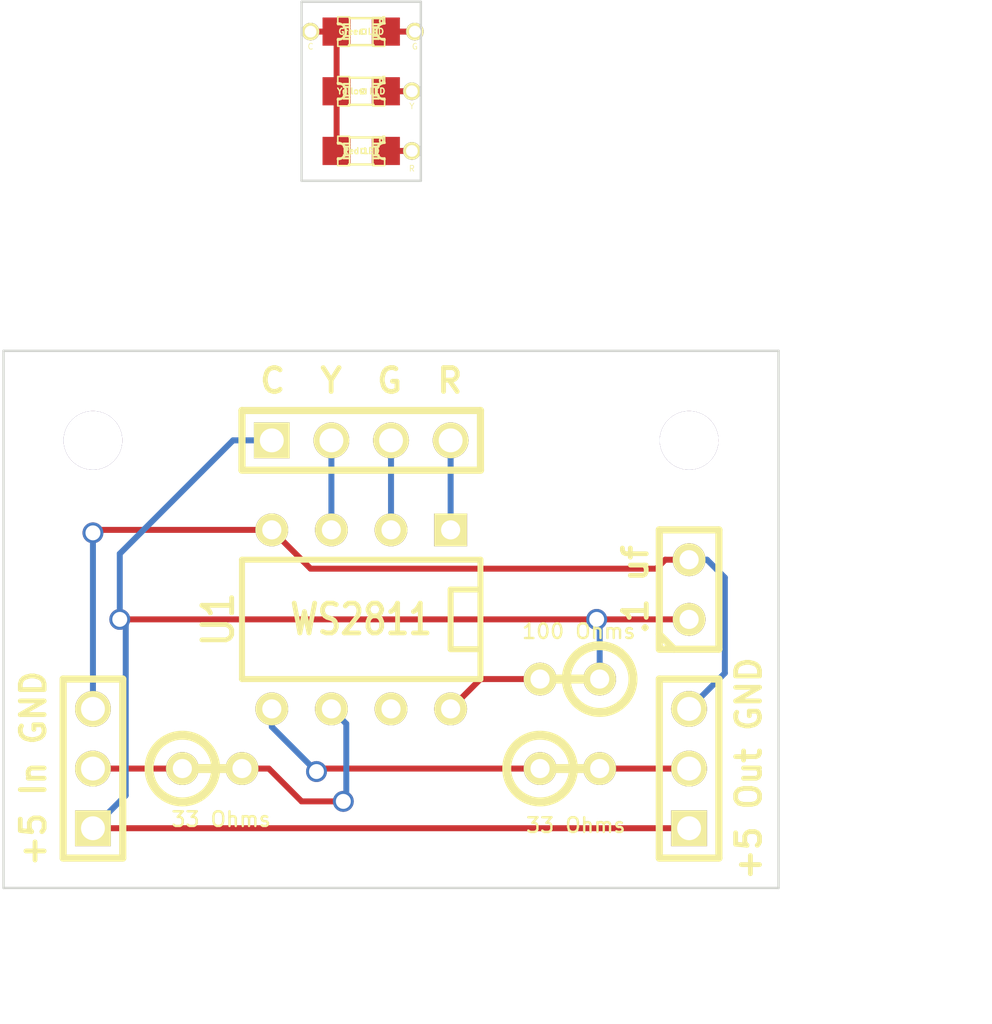
<source format=kicad_pcb>
(kicad_pcb (version 3) (host pcbnew "(2013-june-11)-stable")

  (general
    (links 21)
    (no_connects 0)
    (area 147.435994 86.0425 236.302126 132.24)
    (thickness 1.6)
    (drawings 12)
    (tracks 50)
    (zones 0)
    (modules 17)
    (nets 15)
  )

  (page A3)
  (layers
    (15 F.Cu signal)
    (0 B.Cu signal)
    (16 B.Adhes user)
    (17 F.Adhes user)
    (18 B.Paste user)
    (19 F.Paste user)
    (20 B.SilkS user)
    (21 F.SilkS user)
    (22 B.Mask user)
    (23 F.Mask user)
    (24 Dwgs.User user)
    (25 Cmts.User user)
    (26 Eco1.User user)
    (27 Eco2.User user)
    (28 Edge.Cuts user)
  )

  (setup
    (last_trace_width 0.254)
    (trace_clearance 0.254)
    (zone_clearance 0.508)
    (zone_45_only no)
    (trace_min 0.254)
    (segment_width 0.2)
    (edge_width 0.1)
    (via_size 0.889)
    (via_drill 0.635)
    (via_min_size 0.889)
    (via_min_drill 0.508)
    (uvia_size 0.508)
    (uvia_drill 0.127)
    (uvias_allowed no)
    (uvia_min_size 0.508)
    (uvia_min_drill 0.127)
    (pcb_text_width 0.3)
    (pcb_text_size 1.5 1.5)
    (mod_edge_width 0.15)
    (mod_text_size 1 1)
    (mod_text_width 0.15)
    (pad_size 0.75 0.75)
    (pad_drill 0.5)
    (pad_to_mask_clearance 0)
    (aux_axis_origin 0 0)
    (visible_elements FFFFFFBF)
    (pcbplotparams
      (layerselection 3178497)
      (usegerberextensions true)
      (excludeedgelayer true)
      (linewidth 0.150000)
      (plotframeref false)
      (viasonmask false)
      (mode 1)
      (useauxorigin false)
      (hpglpennumber 1)
      (hpglpenspeed 20)
      (hpglpendiameter 15)
      (hpglpenoverlay 2)
      (psnegative false)
      (psa4output false)
      (plotreference true)
      (plotvalue true)
      (plotothertext true)
      (plotinvisibletext false)
      (padsonsilk false)
      (subtractmaskfromsilk false)
      (outputformat 1)
      (mirror false)
      (drillshape 1)
      (scaleselection 1)
      (outputdirectory ""))
  )

  (net 0 "")
  (net 1 +5V)
  (net 2 "Common (+)")
  (net 3 GND)
  (net 4 Green)
  (net 5 N-0000011)
  (net 6 N-0000013)
  (net 7 N-0000014)
  (net 8 N-0000015)
  (net 9 N-000003)
  (net 10 N-000004)
  (net 11 N-000005)
  (net 12 N-000006)
  (net 13 Red)
  (net 14 Yellow)

  (net_class Default "This is the default net class."
    (clearance 0.254)
    (trace_width 0.254)
    (via_dia 0.889)
    (via_drill 0.635)
    (uvia_dia 0.508)
    (uvia_drill 0.127)
    (add_net "")
    (add_net +5V)
    (add_net "Common (+)")
    (add_net GND)
    (add_net Green)
    (add_net N-0000011)
    (add_net N-0000013)
    (add_net N-0000014)
    (add_net N-0000015)
    (add_net N-000003)
    (add_net N-000004)
    (add_net N-000005)
    (add_net N-000006)
    (add_net Red)
    (add_net Yellow)
  )

  (module ScrewTerm_2.54-4 (layer F.Cu) (tedit 5AA96926) (tstamp 5AA95F2B)
    (at 190.5 105.41)
    (descr "Screw Terminals on 2.54mm centers, 4 position")
    (tags CONN)
    (path /5AA9584D)
    (fp_text reference P1 (at 0 -2.54) (layer F.SilkS) hide
      (effects (font (size 1.016 1.016) (thickness 0.2032)))
    )
    (fp_text value "C  Y  G  R" (at 0 -2.54) (layer F.SilkS)
      (effects (font (size 1.016 1.016) (thickness 0.2032)))
    )
    (fp_line (start -5.08 -1.27) (end -5.08 1.27) (layer F.SilkS) (width 0.3048))
    (fp_line (start 5.08 1.27) (end 5.08 -1.27) (layer F.SilkS) (width 0.3048))
    (fp_line (start -5.08 -1.27) (end 5.08 -1.27) (layer F.SilkS) (width 0.3048))
    (fp_line (start 5.08 1.27) (end -5.08 1.27) (layer F.SilkS) (width 0.3048))
    (pad 1 thru_hole rect (at -3.81 0) (size 1.524 1.524) (drill 1.016)
      (layers *.Cu *.Mask F.SilkS)
      (net 1 +5V)
    )
    (pad 2 thru_hole circle (at -1.27 0) (size 1.524 1.524) (drill 1.016)
      (layers *.Cu *.Mask F.SilkS)
      (net 6 N-0000013)
    )
    (pad 3 thru_hole circle (at 1.27 0) (size 1.524 1.524) (drill 1.016)
      (layers *.Cu *.Mask F.SilkS)
      (net 7 N-0000014)
    )
    (pad 4 thru_hole circle (at 3.81 0) (size 1.524 1.524) (drill 1.016)
      (layers *.Cu *.Mask F.SilkS)
      (net 8 N-0000015)
    )
    (model walter/conn_screw/mors_4p.wrl
      (at (xyz 0 0 0))
      (scale (xyz 0.5 0.5 0.5))
      (rotate (xyz 0 0 0))
    )
  )

  (module ScrewTerm_2.54-3 (layer F.Cu) (tedit 5AA96949) (tstamp 5AA95F36)
    (at 204.47 119.38 90)
    (descr "Screw Terminals on 2.54mm centers, 4 position")
    (tags CONN)
    (path /5AA9586E)
    (fp_text reference K2 (at 0 -2.54 90) (layer F.SilkS) hide
      (effects (font (size 1.016 1.016) (thickness 0.2032)))
    )
    (fp_text value "+5 Out GND" (at 0 2.54 90) (layer F.SilkS)
      (effects (font (size 1.016 1.016) (thickness 0.2032)))
    )
    (fp_line (start -3.81 -1.27) (end -3.81 1.27) (layer F.SilkS) (width 0.3048))
    (fp_line (start 3.81 1.27) (end 3.81 -1.27) (layer F.SilkS) (width 0.3048))
    (fp_line (start -3.81 -1.27) (end 3.81 -1.27) (layer F.SilkS) (width 0.3048))
    (fp_line (start 3.81 1.27) (end -3.81 1.27) (layer F.SilkS) (width 0.3048))
    (pad 1 thru_hole rect (at -2.54 0 90) (size 1.524 1.524) (drill 1.016)
      (layers *.Cu *.Mask F.SilkS)
      (net 1 +5V)
    )
    (pad 2 thru_hole circle (at 0 0 90) (size 1.524 1.524) (drill 1.016)
      (layers *.Cu *.Mask F.SilkS)
      (net 11 N-000005)
    )
    (pad 3 thru_hole circle (at 2.54 0 90) (size 1.524 1.524) (drill 1.016)
      (layers *.Cu *.Mask F.SilkS)
      (net 3 GND)
    )
    (model walter/conn_screw/mors_3p.wrl
      (at (xyz 0 0 0))
      (scale (xyz 0.5 0.5 0.5))
      (rotate (xyz 0 0 180))
    )
  )

  (module ScrewTerm_2.54-3 (layer F.Cu) (tedit 5AA9693A) (tstamp 5AA95F41)
    (at 179.07 119.38 90)
    (descr "Screw Terminals on 2.54mm centers, 4 position")
    (tags CONN)
    (path /5AA9587D)
    (fp_text reference K1 (at 0 -2.54 90) (layer F.SilkS) hide
      (effects (font (size 1.016 1.016) (thickness 0.2032)))
    )
    (fp_text value "+5 In GND" (at 0 -2.54 90) (layer F.SilkS)
      (effects (font (size 1.016 1.016) (thickness 0.2032)))
    )
    (fp_line (start -3.81 -1.27) (end -3.81 1.27) (layer F.SilkS) (width 0.3048))
    (fp_line (start 3.81 1.27) (end 3.81 -1.27) (layer F.SilkS) (width 0.3048))
    (fp_line (start -3.81 -1.27) (end 3.81 -1.27) (layer F.SilkS) (width 0.3048))
    (fp_line (start 3.81 1.27) (end -3.81 1.27) (layer F.SilkS) (width 0.3048))
    (pad 1 thru_hole rect (at -2.54 0 90) (size 1.524 1.524) (drill 1.016)
      (layers *.Cu *.Mask F.SilkS)
      (net 1 +5V)
    )
    (pad 2 thru_hole circle (at 0 0 90) (size 1.524 1.524) (drill 1.016)
      (layers *.Cu *.Mask F.SilkS)
      (net 10 N-000004)
    )
    (pad 3 thru_hole circle (at 2.54 0 90) (size 1.524 1.524) (drill 1.016)
      (layers *.Cu *.Mask F.SilkS)
      (net 3 GND)
    )
    (model walter/conn_screw/mors_3p.wrl
      (at (xyz 0 0 0))
      (scale (xyz 0.5 0.5 0.5))
      (rotate (xyz 0 0 0))
    )
  )

  (module LED-0805 (layer F.Cu) (tedit 5AA968DC) (tstamp 5AA95FA6)
    (at 190.5 93.091)
    (descr "LED 0805 smd package")
    (tags "LED 0805 SMD")
    (path /5AA95940)
    (attr smd)
    (fp_text reference D1 (at 0 -1.27) (layer F.SilkS) hide
      (effects (font (size 0.762 0.762) (thickness 0.127)))
    )
    (fp_text value "Red LED" (at 0 0) (layer F.SilkS)
      (effects (font (size 0.25 0.25) (thickness 0.06)))
    )
    (fp_line (start 0.49784 0.29972) (end 0.49784 0.62484) (layer F.SilkS) (width 0.06604))
    (fp_line (start 0.49784 0.62484) (end 0.99822 0.62484) (layer F.SilkS) (width 0.06604))
    (fp_line (start 0.99822 0.29972) (end 0.99822 0.62484) (layer F.SilkS) (width 0.06604))
    (fp_line (start 0.49784 0.29972) (end 0.99822 0.29972) (layer F.SilkS) (width 0.06604))
    (fp_line (start 0.49784 -0.32258) (end 0.49784 -0.17272) (layer F.SilkS) (width 0.06604))
    (fp_line (start 0.49784 -0.17272) (end 0.7493 -0.17272) (layer F.SilkS) (width 0.06604))
    (fp_line (start 0.7493 -0.32258) (end 0.7493 -0.17272) (layer F.SilkS) (width 0.06604))
    (fp_line (start 0.49784 -0.32258) (end 0.7493 -0.32258) (layer F.SilkS) (width 0.06604))
    (fp_line (start 0.49784 0.17272) (end 0.49784 0.32258) (layer F.SilkS) (width 0.06604))
    (fp_line (start 0.49784 0.32258) (end 0.7493 0.32258) (layer F.SilkS) (width 0.06604))
    (fp_line (start 0.7493 0.17272) (end 0.7493 0.32258) (layer F.SilkS) (width 0.06604))
    (fp_line (start 0.49784 0.17272) (end 0.7493 0.17272) (layer F.SilkS) (width 0.06604))
    (fp_line (start 0.49784 -0.19812) (end 0.49784 0.19812) (layer F.SilkS) (width 0.06604))
    (fp_line (start 0.49784 0.19812) (end 0.6731 0.19812) (layer F.SilkS) (width 0.06604))
    (fp_line (start 0.6731 -0.19812) (end 0.6731 0.19812) (layer F.SilkS) (width 0.06604))
    (fp_line (start 0.49784 -0.19812) (end 0.6731 -0.19812) (layer F.SilkS) (width 0.06604))
    (fp_line (start -0.99822 0.29972) (end -0.99822 0.62484) (layer F.SilkS) (width 0.06604))
    (fp_line (start -0.99822 0.62484) (end -0.49784 0.62484) (layer F.SilkS) (width 0.06604))
    (fp_line (start -0.49784 0.29972) (end -0.49784 0.62484) (layer F.SilkS) (width 0.06604))
    (fp_line (start -0.99822 0.29972) (end -0.49784 0.29972) (layer F.SilkS) (width 0.06604))
    (fp_line (start -0.99822 -0.62484) (end -0.99822 -0.29972) (layer F.SilkS) (width 0.06604))
    (fp_line (start -0.99822 -0.29972) (end -0.49784 -0.29972) (layer F.SilkS) (width 0.06604))
    (fp_line (start -0.49784 -0.62484) (end -0.49784 -0.29972) (layer F.SilkS) (width 0.06604))
    (fp_line (start -0.99822 -0.62484) (end -0.49784 -0.62484) (layer F.SilkS) (width 0.06604))
    (fp_line (start -0.7493 0.17272) (end -0.7493 0.32258) (layer F.SilkS) (width 0.06604))
    (fp_line (start -0.7493 0.32258) (end -0.49784 0.32258) (layer F.SilkS) (width 0.06604))
    (fp_line (start -0.49784 0.17272) (end -0.49784 0.32258) (layer F.SilkS) (width 0.06604))
    (fp_line (start -0.7493 0.17272) (end -0.49784 0.17272) (layer F.SilkS) (width 0.06604))
    (fp_line (start -0.7493 -0.32258) (end -0.7493 -0.17272) (layer F.SilkS) (width 0.06604))
    (fp_line (start -0.7493 -0.17272) (end -0.49784 -0.17272) (layer F.SilkS) (width 0.06604))
    (fp_line (start -0.49784 -0.32258) (end -0.49784 -0.17272) (layer F.SilkS) (width 0.06604))
    (fp_line (start -0.7493 -0.32258) (end -0.49784 -0.32258) (layer F.SilkS) (width 0.06604))
    (fp_line (start -0.6731 -0.19812) (end -0.6731 0.19812) (layer F.SilkS) (width 0.06604))
    (fp_line (start -0.6731 0.19812) (end -0.49784 0.19812) (layer F.SilkS) (width 0.06604))
    (fp_line (start -0.49784 -0.19812) (end -0.49784 0.19812) (layer F.SilkS) (width 0.06604))
    (fp_line (start -0.6731 -0.19812) (end -0.49784 -0.19812) (layer F.SilkS) (width 0.06604))
    (fp_line (start 0 -0.09906) (end 0 0.09906) (layer F.SilkS) (width 0.06604))
    (fp_line (start 0 0.09906) (end 0.19812 0.09906) (layer F.SilkS) (width 0.06604))
    (fp_line (start 0.19812 -0.09906) (end 0.19812 0.09906) (layer F.SilkS) (width 0.06604))
    (fp_line (start 0 -0.09906) (end 0.19812 -0.09906) (layer F.SilkS) (width 0.06604))
    (fp_line (start 0.49784 -0.59944) (end 0.49784 -0.29972) (layer F.SilkS) (width 0.06604))
    (fp_line (start 0.49784 -0.29972) (end 0.79756 -0.29972) (layer F.SilkS) (width 0.06604))
    (fp_line (start 0.79756 -0.59944) (end 0.79756 -0.29972) (layer F.SilkS) (width 0.06604))
    (fp_line (start 0.49784 -0.59944) (end 0.79756 -0.59944) (layer F.SilkS) (width 0.06604))
    (fp_line (start 0.92456 -0.62484) (end 0.92456 -0.39878) (layer F.SilkS) (width 0.06604))
    (fp_line (start 0.92456 -0.39878) (end 0.99822 -0.39878) (layer F.SilkS) (width 0.06604))
    (fp_line (start 0.99822 -0.62484) (end 0.99822 -0.39878) (layer F.SilkS) (width 0.06604))
    (fp_line (start 0.92456 -0.62484) (end 0.99822 -0.62484) (layer F.SilkS) (width 0.06604))
    (fp_line (start 0.52324 0.57404) (end -0.52324 0.57404) (layer F.SilkS) (width 0.1016))
    (fp_line (start -0.49784 -0.57404) (end 0.92456 -0.57404) (layer F.SilkS) (width 0.1016))
    (fp_circle (center 0.84836 -0.44958) (end 0.89916 -0.50038) (layer F.SilkS) (width 0.0508))
    (fp_arc (start 0.99822 0) (end 0.99822 0.34798) (angle 180) (layer F.SilkS) (width 0.1016))
    (fp_arc (start -0.99822 0) (end -0.99822 -0.34798) (angle 180) (layer F.SilkS) (width 0.1016))
    (pad 1 smd rect (at -1.04902 0) (size 1.19888 1.19888)
      (layers F.Cu F.Paste F.Mask)
      (net 2 "Common (+)")
    )
    (pad 2 smd rect (at 1.04902 0) (size 1.19888 1.19888)
      (layers F.Cu F.Paste F.Mask)
      (net 13 Red)
    )
  )

  (module LED-0805 (layer F.Cu) (tedit 5AA968BB) (tstamp 5AA95FE1)
    (at 190.5 90.551)
    (descr "LED 0805 smd package")
    (tags "LED 0805 SMD")
    (path /5AA9594F)
    (attr smd)
    (fp_text reference D2 (at 0 -1.27) (layer F.SilkS) hide
      (effects (font (size 0.762 0.762) (thickness 0.127)))
    )
    (fp_text value "Yellow LED" (at 0 0) (layer F.SilkS)
      (effects (font (size 0.25 0.25) (thickness 0.06)))
    )
    (fp_line (start 0.49784 0.29972) (end 0.49784 0.62484) (layer F.SilkS) (width 0.06604))
    (fp_line (start 0.49784 0.62484) (end 0.99822 0.62484) (layer F.SilkS) (width 0.06604))
    (fp_line (start 0.99822 0.29972) (end 0.99822 0.62484) (layer F.SilkS) (width 0.06604))
    (fp_line (start 0.49784 0.29972) (end 0.99822 0.29972) (layer F.SilkS) (width 0.06604))
    (fp_line (start 0.49784 -0.32258) (end 0.49784 -0.17272) (layer F.SilkS) (width 0.06604))
    (fp_line (start 0.49784 -0.17272) (end 0.7493 -0.17272) (layer F.SilkS) (width 0.06604))
    (fp_line (start 0.7493 -0.32258) (end 0.7493 -0.17272) (layer F.SilkS) (width 0.06604))
    (fp_line (start 0.49784 -0.32258) (end 0.7493 -0.32258) (layer F.SilkS) (width 0.06604))
    (fp_line (start 0.49784 0.17272) (end 0.49784 0.32258) (layer F.SilkS) (width 0.06604))
    (fp_line (start 0.49784 0.32258) (end 0.7493 0.32258) (layer F.SilkS) (width 0.06604))
    (fp_line (start 0.7493 0.17272) (end 0.7493 0.32258) (layer F.SilkS) (width 0.06604))
    (fp_line (start 0.49784 0.17272) (end 0.7493 0.17272) (layer F.SilkS) (width 0.06604))
    (fp_line (start 0.49784 -0.19812) (end 0.49784 0.19812) (layer F.SilkS) (width 0.06604))
    (fp_line (start 0.49784 0.19812) (end 0.6731 0.19812) (layer F.SilkS) (width 0.06604))
    (fp_line (start 0.6731 -0.19812) (end 0.6731 0.19812) (layer F.SilkS) (width 0.06604))
    (fp_line (start 0.49784 -0.19812) (end 0.6731 -0.19812) (layer F.SilkS) (width 0.06604))
    (fp_line (start -0.99822 0.29972) (end -0.99822 0.62484) (layer F.SilkS) (width 0.06604))
    (fp_line (start -0.99822 0.62484) (end -0.49784 0.62484) (layer F.SilkS) (width 0.06604))
    (fp_line (start -0.49784 0.29972) (end -0.49784 0.62484) (layer F.SilkS) (width 0.06604))
    (fp_line (start -0.99822 0.29972) (end -0.49784 0.29972) (layer F.SilkS) (width 0.06604))
    (fp_line (start -0.99822 -0.62484) (end -0.99822 -0.29972) (layer F.SilkS) (width 0.06604))
    (fp_line (start -0.99822 -0.29972) (end -0.49784 -0.29972) (layer F.SilkS) (width 0.06604))
    (fp_line (start -0.49784 -0.62484) (end -0.49784 -0.29972) (layer F.SilkS) (width 0.06604))
    (fp_line (start -0.99822 -0.62484) (end -0.49784 -0.62484) (layer F.SilkS) (width 0.06604))
    (fp_line (start -0.7493 0.17272) (end -0.7493 0.32258) (layer F.SilkS) (width 0.06604))
    (fp_line (start -0.7493 0.32258) (end -0.49784 0.32258) (layer F.SilkS) (width 0.06604))
    (fp_line (start -0.49784 0.17272) (end -0.49784 0.32258) (layer F.SilkS) (width 0.06604))
    (fp_line (start -0.7493 0.17272) (end -0.49784 0.17272) (layer F.SilkS) (width 0.06604))
    (fp_line (start -0.7493 -0.32258) (end -0.7493 -0.17272) (layer F.SilkS) (width 0.06604))
    (fp_line (start -0.7493 -0.17272) (end -0.49784 -0.17272) (layer F.SilkS) (width 0.06604))
    (fp_line (start -0.49784 -0.32258) (end -0.49784 -0.17272) (layer F.SilkS) (width 0.06604))
    (fp_line (start -0.7493 -0.32258) (end -0.49784 -0.32258) (layer F.SilkS) (width 0.06604))
    (fp_line (start -0.6731 -0.19812) (end -0.6731 0.19812) (layer F.SilkS) (width 0.06604))
    (fp_line (start -0.6731 0.19812) (end -0.49784 0.19812) (layer F.SilkS) (width 0.06604))
    (fp_line (start -0.49784 -0.19812) (end -0.49784 0.19812) (layer F.SilkS) (width 0.06604))
    (fp_line (start -0.6731 -0.19812) (end -0.49784 -0.19812) (layer F.SilkS) (width 0.06604))
    (fp_line (start 0 -0.09906) (end 0 0.09906) (layer F.SilkS) (width 0.06604))
    (fp_line (start 0 0.09906) (end 0.19812 0.09906) (layer F.SilkS) (width 0.06604))
    (fp_line (start 0.19812 -0.09906) (end 0.19812 0.09906) (layer F.SilkS) (width 0.06604))
    (fp_line (start 0 -0.09906) (end 0.19812 -0.09906) (layer F.SilkS) (width 0.06604))
    (fp_line (start 0.49784 -0.59944) (end 0.49784 -0.29972) (layer F.SilkS) (width 0.06604))
    (fp_line (start 0.49784 -0.29972) (end 0.79756 -0.29972) (layer F.SilkS) (width 0.06604))
    (fp_line (start 0.79756 -0.59944) (end 0.79756 -0.29972) (layer F.SilkS) (width 0.06604))
    (fp_line (start 0.49784 -0.59944) (end 0.79756 -0.59944) (layer F.SilkS) (width 0.06604))
    (fp_line (start 0.92456 -0.62484) (end 0.92456 -0.39878) (layer F.SilkS) (width 0.06604))
    (fp_line (start 0.92456 -0.39878) (end 0.99822 -0.39878) (layer F.SilkS) (width 0.06604))
    (fp_line (start 0.99822 -0.62484) (end 0.99822 -0.39878) (layer F.SilkS) (width 0.06604))
    (fp_line (start 0.92456 -0.62484) (end 0.99822 -0.62484) (layer F.SilkS) (width 0.06604))
    (fp_line (start 0.52324 0.57404) (end -0.52324 0.57404) (layer F.SilkS) (width 0.1016))
    (fp_line (start -0.49784 -0.57404) (end 0.92456 -0.57404) (layer F.SilkS) (width 0.1016))
    (fp_circle (center 0.84836 -0.44958) (end 0.89916 -0.50038) (layer F.SilkS) (width 0.0508))
    (fp_arc (start 0.99822 0) (end 0.99822 0.34798) (angle 180) (layer F.SilkS) (width 0.1016))
    (fp_arc (start -0.99822 0) (end -0.99822 -0.34798) (angle 180) (layer F.SilkS) (width 0.1016))
    (pad 1 smd rect (at -1.04902 0) (size 1.19888 1.19888)
      (layers F.Cu F.Paste F.Mask)
      (net 2 "Common (+)")
    )
    (pad 2 smd rect (at 1.04902 0) (size 1.19888 1.19888)
      (layers F.Cu F.Paste F.Mask)
      (net 14 Yellow)
    )
  )

  (module LED-0805 (layer F.Cu) (tedit 5AA968C6) (tstamp 5AA9601C)
    (at 190.5 88.011)
    (descr "LED 0805 smd package")
    (tags "LED 0805 SMD")
    (path /5AA9595E)
    (attr smd)
    (fp_text reference D3 (at 0 -1.27) (layer F.SilkS) hide
      (effects (font (size 0.762 0.762) (thickness 0.127)))
    )
    (fp_text value "Green LED" (at 0 0) (layer F.SilkS)
      (effects (font (size 0.25 0.25) (thickness 0.06)))
    )
    (fp_line (start 0.49784 0.29972) (end 0.49784 0.62484) (layer F.SilkS) (width 0.06604))
    (fp_line (start 0.49784 0.62484) (end 0.99822 0.62484) (layer F.SilkS) (width 0.06604))
    (fp_line (start 0.99822 0.29972) (end 0.99822 0.62484) (layer F.SilkS) (width 0.06604))
    (fp_line (start 0.49784 0.29972) (end 0.99822 0.29972) (layer F.SilkS) (width 0.06604))
    (fp_line (start 0.49784 -0.32258) (end 0.49784 -0.17272) (layer F.SilkS) (width 0.06604))
    (fp_line (start 0.49784 -0.17272) (end 0.7493 -0.17272) (layer F.SilkS) (width 0.06604))
    (fp_line (start 0.7493 -0.32258) (end 0.7493 -0.17272) (layer F.SilkS) (width 0.06604))
    (fp_line (start 0.49784 -0.32258) (end 0.7493 -0.32258) (layer F.SilkS) (width 0.06604))
    (fp_line (start 0.49784 0.17272) (end 0.49784 0.32258) (layer F.SilkS) (width 0.06604))
    (fp_line (start 0.49784 0.32258) (end 0.7493 0.32258) (layer F.SilkS) (width 0.06604))
    (fp_line (start 0.7493 0.17272) (end 0.7493 0.32258) (layer F.SilkS) (width 0.06604))
    (fp_line (start 0.49784 0.17272) (end 0.7493 0.17272) (layer F.SilkS) (width 0.06604))
    (fp_line (start 0.49784 -0.19812) (end 0.49784 0.19812) (layer F.SilkS) (width 0.06604))
    (fp_line (start 0.49784 0.19812) (end 0.6731 0.19812) (layer F.SilkS) (width 0.06604))
    (fp_line (start 0.6731 -0.19812) (end 0.6731 0.19812) (layer F.SilkS) (width 0.06604))
    (fp_line (start 0.49784 -0.19812) (end 0.6731 -0.19812) (layer F.SilkS) (width 0.06604))
    (fp_line (start -0.99822 0.29972) (end -0.99822 0.62484) (layer F.SilkS) (width 0.06604))
    (fp_line (start -0.99822 0.62484) (end -0.49784 0.62484) (layer F.SilkS) (width 0.06604))
    (fp_line (start -0.49784 0.29972) (end -0.49784 0.62484) (layer F.SilkS) (width 0.06604))
    (fp_line (start -0.99822 0.29972) (end -0.49784 0.29972) (layer F.SilkS) (width 0.06604))
    (fp_line (start -0.99822 -0.62484) (end -0.99822 -0.29972) (layer F.SilkS) (width 0.06604))
    (fp_line (start -0.99822 -0.29972) (end -0.49784 -0.29972) (layer F.SilkS) (width 0.06604))
    (fp_line (start -0.49784 -0.62484) (end -0.49784 -0.29972) (layer F.SilkS) (width 0.06604))
    (fp_line (start -0.99822 -0.62484) (end -0.49784 -0.62484) (layer F.SilkS) (width 0.06604))
    (fp_line (start -0.7493 0.17272) (end -0.7493 0.32258) (layer F.SilkS) (width 0.06604))
    (fp_line (start -0.7493 0.32258) (end -0.49784 0.32258) (layer F.SilkS) (width 0.06604))
    (fp_line (start -0.49784 0.17272) (end -0.49784 0.32258) (layer F.SilkS) (width 0.06604))
    (fp_line (start -0.7493 0.17272) (end -0.49784 0.17272) (layer F.SilkS) (width 0.06604))
    (fp_line (start -0.7493 -0.32258) (end -0.7493 -0.17272) (layer F.SilkS) (width 0.06604))
    (fp_line (start -0.7493 -0.17272) (end -0.49784 -0.17272) (layer F.SilkS) (width 0.06604))
    (fp_line (start -0.49784 -0.32258) (end -0.49784 -0.17272) (layer F.SilkS) (width 0.06604))
    (fp_line (start -0.7493 -0.32258) (end -0.49784 -0.32258) (layer F.SilkS) (width 0.06604))
    (fp_line (start -0.6731 -0.19812) (end -0.6731 0.19812) (layer F.SilkS) (width 0.06604))
    (fp_line (start -0.6731 0.19812) (end -0.49784 0.19812) (layer F.SilkS) (width 0.06604))
    (fp_line (start -0.49784 -0.19812) (end -0.49784 0.19812) (layer F.SilkS) (width 0.06604))
    (fp_line (start -0.6731 -0.19812) (end -0.49784 -0.19812) (layer F.SilkS) (width 0.06604))
    (fp_line (start 0 -0.09906) (end 0 0.09906) (layer F.SilkS) (width 0.06604))
    (fp_line (start 0 0.09906) (end 0.19812 0.09906) (layer F.SilkS) (width 0.06604))
    (fp_line (start 0.19812 -0.09906) (end 0.19812 0.09906) (layer F.SilkS) (width 0.06604))
    (fp_line (start 0 -0.09906) (end 0.19812 -0.09906) (layer F.SilkS) (width 0.06604))
    (fp_line (start 0.49784 -0.59944) (end 0.49784 -0.29972) (layer F.SilkS) (width 0.06604))
    (fp_line (start 0.49784 -0.29972) (end 0.79756 -0.29972) (layer F.SilkS) (width 0.06604))
    (fp_line (start 0.79756 -0.59944) (end 0.79756 -0.29972) (layer F.SilkS) (width 0.06604))
    (fp_line (start 0.49784 -0.59944) (end 0.79756 -0.59944) (layer F.SilkS) (width 0.06604))
    (fp_line (start 0.92456 -0.62484) (end 0.92456 -0.39878) (layer F.SilkS) (width 0.06604))
    (fp_line (start 0.92456 -0.39878) (end 0.99822 -0.39878) (layer F.SilkS) (width 0.06604))
    (fp_line (start 0.99822 -0.62484) (end 0.99822 -0.39878) (layer F.SilkS) (width 0.06604))
    (fp_line (start 0.92456 -0.62484) (end 0.99822 -0.62484) (layer F.SilkS) (width 0.06604))
    (fp_line (start 0.52324 0.57404) (end -0.52324 0.57404) (layer F.SilkS) (width 0.1016))
    (fp_line (start -0.49784 -0.57404) (end 0.92456 -0.57404) (layer F.SilkS) (width 0.1016))
    (fp_circle (center 0.84836 -0.44958) (end 0.89916 -0.50038) (layer F.SilkS) (width 0.0508))
    (fp_arc (start 0.99822 0) (end 0.99822 0.34798) (angle 180) (layer F.SilkS) (width 0.1016))
    (fp_arc (start -0.99822 0) (end -0.99822 -0.34798) (angle 180) (layer F.SilkS) (width 0.1016))
    (pad 1 smd rect (at -1.04902 0) (size 1.19888 1.19888)
      (layers F.Cu F.Paste F.Mask)
      (net 2 "Common (+)")
    )
    (pad 2 smd rect (at 1.04902 0) (size 1.19888 1.19888)
      (layers F.Cu F.Paste F.Mask)
      (net 4 Green)
    )
  )

  (module DIP-8__300 (layer F.Cu) (tedit 5AA969DB) (tstamp 5AA9602F)
    (at 190.5 113.03 180)
    (descr "8 pins DIL package, round pads")
    (tags DIL)
    (path /5AA9578E)
    (fp_text reference U1 (at 6.096 0 270) (layer F.SilkS)
      (effects (font (size 1.27 1.143) (thickness 0.2032)))
    )
    (fp_text value WS2811 (at 0 0 180) (layer F.SilkS)
      (effects (font (size 1.27 1.016) (thickness 0.2032)))
    )
    (fp_line (start -5.08 -1.27) (end -3.81 -1.27) (layer F.SilkS) (width 0.254))
    (fp_line (start -3.81 -1.27) (end -3.81 1.27) (layer F.SilkS) (width 0.254))
    (fp_line (start -3.81 1.27) (end -5.08 1.27) (layer F.SilkS) (width 0.254))
    (fp_line (start -5.08 -2.54) (end 5.08 -2.54) (layer F.SilkS) (width 0.254))
    (fp_line (start 5.08 -2.54) (end 5.08 2.54) (layer F.SilkS) (width 0.254))
    (fp_line (start 5.08 2.54) (end -5.08 2.54) (layer F.SilkS) (width 0.254))
    (fp_line (start -5.08 2.54) (end -5.08 -2.54) (layer F.SilkS) (width 0.254))
    (pad 1 thru_hole rect (at -3.81 3.81 180) (size 1.397 1.397) (drill 0.8128)
      (layers *.Cu *.Mask F.SilkS)
      (net 8 N-0000015)
    )
    (pad 2 thru_hole circle (at -1.27 3.81 180) (size 1.397 1.397) (drill 0.8128)
      (layers *.Cu *.Mask F.SilkS)
      (net 7 N-0000014)
    )
    (pad 3 thru_hole circle (at 1.27 3.81 180) (size 1.397 1.397) (drill 0.8128)
      (layers *.Cu *.Mask F.SilkS)
      (net 6 N-0000013)
    )
    (pad 4 thru_hole circle (at 3.81 3.81 180) (size 1.397 1.397) (drill 0.8128)
      (layers *.Cu *.Mask F.SilkS)
      (net 3 GND)
    )
    (pad 5 thru_hole circle (at 3.81 -3.81 180) (size 1.397 1.397) (drill 0.8128)
      (layers *.Cu *.Mask F.SilkS)
      (net 12 N-000006)
    )
    (pad 6 thru_hole circle (at 1.27 -3.81 180) (size 1.397 1.397) (drill 0.8128)
      (layers *.Cu *.Mask F.SilkS)
      (net 9 N-000003)
    )
    (pad 7 thru_hole circle (at -1.27 -3.81 180) (size 1.397 1.397) (drill 0.8128)
      (layers *.Cu *.Mask F.SilkS)
    )
    (pad 8 thru_hole circle (at -3.81 -3.81 180) (size 1.397 1.397) (drill 0.8128)
      (layers *.Cu *.Mask F.SilkS)
      (net 5 N-0000011)
    )
    (model dil/dil_8.wrl
      (at (xyz 0 0 0))
      (scale (xyz 1 1 1))
      (rotate (xyz 0 0 0))
    )
  )

  (module C1 (layer F.Cu) (tedit 5AA969EF) (tstamp 5AA9603A)
    (at 204.47 111.76 90)
    (descr "Condensateur e = 1 pas")
    (tags C)
    (path /5AA957AC)
    (fp_text reference C1 (at 0.254 -2.286 90) (layer F.SilkS) hide
      (effects (font (size 1.016 1.016) (thickness 0.2032)))
    )
    (fp_text value ".1 uf" (at 0 -2.286 90) (layer F.SilkS)
      (effects (font (size 1.016 1.016) (thickness 0.2032)))
    )
    (fp_line (start -2.4892 -1.27) (end 2.54 -1.27) (layer F.SilkS) (width 0.3048))
    (fp_line (start 2.54 -1.27) (end 2.54 1.27) (layer F.SilkS) (width 0.3048))
    (fp_line (start 2.54 1.27) (end -2.54 1.27) (layer F.SilkS) (width 0.3048))
    (fp_line (start -2.54 1.27) (end -2.54 -1.27) (layer F.SilkS) (width 0.3048))
    (fp_line (start -2.54 -0.635) (end -1.905 -1.27) (layer F.SilkS) (width 0.3048))
    (pad 1 thru_hole circle (at -1.27 0 90) (size 1.397 1.397) (drill 0.8128)
      (layers *.Cu *.Mask F.SilkS)
      (net 1 +5V)
    )
    (pad 2 thru_hole circle (at 1.27 0 90) (size 1.397 1.397) (drill 0.8128)
      (layers *.Cu *.Mask F.SilkS)
      (net 3 GND)
    )
    (model discret/capa_1_pas.wrl
      (at (xyz 0 0 0))
      (scale (xyz 1 1 1))
      (rotate (xyz 0 0 0))
    )
  )

  (module R1 (layer F.Cu) (tedit 5AA969A8) (tstamp 5AA960E7)
    (at 199.39 115.57 180)
    (descr "Resistance verticale")
    (tags R)
    (path /5AA9580D)
    (autoplace_cost90 10)
    (autoplace_cost180 10)
    (fp_text reference R2 (at -1.016 2.54 180) (layer F.SilkS) hide
      (effects (font (size 1.397 1.27) (thickness 0.2032)))
    )
    (fp_text value "100 Ohms" (at -0.381 2.032 180) (layer F.SilkS)
      (effects (font (size 0.625 0.625) (thickness 0.1016)))
    )
    (fp_line (start -1.27 0) (end 1.27 0) (layer F.SilkS) (width 0.381))
    (fp_circle (center -1.27 0) (end -0.635 1.27) (layer F.SilkS) (width 0.381))
    (pad 1 thru_hole circle (at -1.27 0 180) (size 1.397 1.397) (drill 0.8128)
      (layers *.Cu *.Mask F.SilkS)
      (net 1 +5V)
    )
    (pad 2 thru_hole circle (at 1.27 0 180) (size 1.397 1.397) (drill 0.8128)
      (layers *.Cu *.Mask F.SilkS)
      (net 5 N-0000011)
    )
    (model discret/verti_resistor.wrl
      (at (xyz 0 0 0))
      (scale (xyz 1 1 1))
      (rotate (xyz 0 0 0))
    )
  )

  (module R1 (layer F.Cu) (tedit 5AA969BE) (tstamp 5AA960EF)
    (at 199.39 119.38)
    (descr "Resistance verticale")
    (tags R)
    (path /5AA958AA)
    (autoplace_cost90 10)
    (autoplace_cost180 10)
    (fp_text reference R3 (at -1.016 2.54) (layer F.SilkS) hide
      (effects (font (size 1.397 1.27) (thickness 0.2032)))
    )
    (fp_text value "33 Ohms" (at 0.254 2.413) (layer F.SilkS)
      (effects (font (size 0.625 0.625) (thickness 0.1016)))
    )
    (fp_line (start -1.27 0) (end 1.27 0) (layer F.SilkS) (width 0.381))
    (fp_circle (center -1.27 0) (end -0.635 1.27) (layer F.SilkS) (width 0.381))
    (pad 1 thru_hole circle (at -1.27 0) (size 1.397 1.397) (drill 0.8128)
      (layers *.Cu *.Mask F.SilkS)
      (net 12 N-000006)
    )
    (pad 2 thru_hole circle (at 1.27 0) (size 1.397 1.397) (drill 0.8128)
      (layers *.Cu *.Mask F.SilkS)
      (net 11 N-000005)
    )
    (model discret/verti_resistor.wrl
      (at (xyz 0 0 0))
      (scale (xyz 1 1 1))
      (rotate (xyz 0 0 0))
    )
  )

  (module R1 (layer F.Cu) (tedit 5AA969D3) (tstamp 5AA960F7)
    (at 184.15 119.38)
    (descr "Resistance verticale")
    (tags R)
    (path /5AA958DC)
    (autoplace_cost90 10)
    (autoplace_cost180 10)
    (fp_text reference R1 (at -1.016 2.54) (layer F.SilkS) hide
      (effects (font (size 1.397 1.27) (thickness 0.2032)))
    )
    (fp_text value "33 Ohms" (at 0.381 2.159) (layer F.SilkS)
      (effects (font (size 0.625 0.625) (thickness 0.1016)))
    )
    (fp_line (start -1.27 0) (end 1.27 0) (layer F.SilkS) (width 0.381))
    (fp_circle (center -1.27 0) (end -0.635 1.27) (layer F.SilkS) (width 0.381))
    (pad 1 thru_hole circle (at -1.27 0) (size 1.397 1.397) (drill 0.8128)
      (layers *.Cu *.Mask F.SilkS)
      (net 10 N-000004)
    )
    (pad 2 thru_hole circle (at 1.27 0) (size 1.397 1.397) (drill 0.8128)
      (layers *.Cu *.Mask F.SilkS)
      (net 9 N-000003)
    )
    (model discret/verti_resistor.wrl
      (at (xyz 0 0 0))
      (scale (xyz 1 1 1))
      (rotate (xyz 0 0 0))
    )
  )

  (module MountingHole_2-5mm_RevA_Date21Jun2010 (layer F.Cu) (tedit 5AA968F1) (tstamp 5AA9C9B2)
    (at 179.07 105.41)
    (descr "Mounting hole, Befestigungsbohrung, 2,5mm, No Annular, Kein Restring,")
    (tags "Mounting hole, Befestigungsbohrung, 2,5mm, No Annular, Kein Restring,")
    (fp_text reference MH (at 0 -3.50012) (layer F.SilkS) hide
      (effects (font (size 1.524 1.524) (thickness 0.3048)))
    )
    (fp_text value MountingHole_2-5mm_RevA_Date21Jun2010 (at 0.09906 3.59918) (layer F.SilkS) hide
      (effects (font (size 1.524 1.524) (thickness 0.3048)))
    )
    (fp_circle (center 0 0) (end 2.49936 0) (layer Cmts.User) (width 0.381))
    (pad 1 thru_hole circle (at 0 0) (size 2.49936 2.49936) (drill 2.49936)
      (layers)
    )
  )

  (module MountingHole_2-5mm_RevA_Date21Jun2010 (layer F.Cu) (tedit 5AA968FD) (tstamp 5AA9C9BD)
    (at 204.47 105.41)
    (descr "Mounting hole, Befestigungsbohrung, 2,5mm, No Annular, Kein Restring,")
    (tags "Mounting hole, Befestigungsbohrung, 2,5mm, No Annular, Kein Restring,")
    (fp_text reference MH (at 0 -3.50012) (layer F.SilkS) hide
      (effects (font (size 1.524 1.524) (thickness 0.3048)))
    )
    (fp_text value MountingHole_2-5mm_RevA_Date21Jun2010 (at 0.09906 3.59918) (layer F.SilkS) hide
      (effects (font (size 1.524 1.524) (thickness 0.3048)))
    )
    (fp_circle (center 0 0) (end 2.49936 0) (layer Cmts.User) (width 0.381))
    (pad 1 thru_hole circle (at 0 0) (size 2.49936 2.49936) (drill 2.49936)
      (layers)
    )
  )

  (module microterm (layer F.Cu) (tedit 5AA9AA2F) (tstamp 5AAA20CB)
    (at 192.659 93.091)
    (path /5AA9666F)
    (fp_text reference P3 (at 0 0) (layer F.SilkS) hide
      (effects (font (size 1 1) (thickness 0.15)))
    )
    (fp_text value R (at 0 0.75) (layer F.SilkS)
      (effects (font (size 0.25 0.25) (thickness 0.03)))
    )
    (pad 1 thru_hole circle (at 0 0) (size 0.75 0.75) (drill 0.5)
      (layers *.Cu *.Mask F.SilkS)
      (net 13 Red)
    )
  )

  (module microterm (layer F.Cu) (tedit 5AA9AA08) (tstamp 5AAA20D0)
    (at 192.659 90.551)
    (path /5AA9667E)
    (fp_text reference P4 (at 0 0) (layer F.SilkS) hide
      (effects (font (size 1 1) (thickness 0.15)))
    )
    (fp_text value Y (at 0 0.635) (layer F.SilkS)
      (effects (font (size 0.25 0.25) (thickness 0.03)))
    )
    (pad 1 thru_hole circle (at 0 0) (size 0.75 0.75) (drill 0.5)
      (layers *.Cu *.Mask F.SilkS)
      (net 14 Yellow)
    )
  )

  (module microterm (layer F.Cu) (tedit 5AA9AA00) (tstamp 5AAA20D5)
    (at 192.786 88.011)
    (path /5AA9668D)
    (fp_text reference P5 (at 0 0) (layer F.SilkS) hide
      (effects (font (size 1 1) (thickness 0.15)))
    )
    (fp_text value G (at 0 0.635) (layer F.SilkS)
      (effects (font (size 0.25 0.25) (thickness 0.03)))
    )
    (pad 1 thru_hole circle (at 0 0) (size 0.75 0.75) (drill 0.5)
      (layers *.Cu *.Mask F.SilkS)
      (net 4 Green)
    )
  )

  (module microterm (layer F.Cu) (tedit 5AA9A9B4) (tstamp 5AAA20DA)
    (at 188.341 88.011)
    (path /5AA9669C)
    (fp_text reference P2 (at 0 0) (layer F.SilkS) hide
      (effects (font (size 1 1) (thickness 0.15)))
    )
    (fp_text value C (at 0 0.635) (layer F.SilkS)
      (effects (font (size 0.25 0.25) (thickness 0.03)))
    )
    (pad 1 thru_hole circle (at 0 0) (size 0.75 0.75) (drill 0.5)
      (layers *.Cu *.Mask F.SilkS)
      (net 2 "Common (+)")
    )
  )

  (dimension 5.08 (width 0.15) (layer Dwgs.User)
    (gr_text "5.080 mm" (at 190.5 98.377999) (layer Dwgs.User)
      (effects (font (size 0.75 0.75) (thickness 0.15)))
    )
    (feature1 (pts (xy 193.04 95.504) (xy 193.04 99.727999)))
    (feature2 (pts (xy 187.96 95.504) (xy 187.96 99.727999)))
    (crossbar (pts (xy 187.96 97.027999) (xy 193.04 97.027999)))
    (arrow1a (pts (xy 193.04 97.027999) (xy 191.913497 97.614419)))
    (arrow1b (pts (xy 193.04 97.027999) (xy 191.913497 96.441579)))
    (arrow2a (pts (xy 187.96 97.027999) (xy 189.086503 97.614419)))
    (arrow2b (pts (xy 187.96 97.027999) (xy 189.086503 96.441579)))
  )
  (dimension 7.62 (width 0.15) (layer Dwgs.User)
    (gr_text "7.620 mm" (at 198.326999 90.551 270) (layer Dwgs.User)
      (effects (font (size 0.75 0.75) (thickness 0.15)))
    )
    (feature1 (pts (xy 194.31 94.361) (xy 199.676999 94.361)))
    (feature2 (pts (xy 194.31 86.741) (xy 199.676999 86.741)))
    (crossbar (pts (xy 196.976999 86.741) (xy 196.976999 94.361)))
    (arrow1a (pts (xy 196.976999 94.361) (xy 196.390579 93.234497)))
    (arrow1b (pts (xy 196.976999 94.361) (xy 197.563419 93.234497)))
    (arrow2a (pts (xy 196.976999 86.741) (xy 196.390579 87.867503)))
    (arrow2b (pts (xy 196.976999 86.741) (xy 197.563419 87.867503)))
  )
  (dimension 22.86 (width 0.3) (layer Dwgs.User)
    (gr_text "22.860 mm" (at 214.709999 113.03 270) (layer Dwgs.User)
      (effects (font (size 1.5 1.5) (thickness 0.3)))
    )
    (feature1 (pts (xy 209.55 124.46) (xy 216.059999 124.46)))
    (feature2 (pts (xy 209.55 101.6) (xy 216.059999 101.6)))
    (crossbar (pts (xy 213.359999 101.6) (xy 213.359999 124.46)))
    (arrow1a (pts (xy 213.359999 124.46) (xy 212.773579 123.333497)))
    (arrow1b (pts (xy 213.359999 124.46) (xy 213.946419 123.333497)))
    (arrow2a (pts (xy 213.359999 101.6) (xy 212.773579 102.726503)))
    (arrow2b (pts (xy 213.359999 101.6) (xy 213.946419 102.726503)))
  )
  (dimension 33.02 (width 0.3) (layer Dwgs.User)
    (gr_text "33.020 mm" (at 191.77 130.889999) (layer Dwgs.User)
      (effects (font (size 1.5 1.5) (thickness 0.3)))
    )
    (feature1 (pts (xy 208.28 125.73) (xy 208.28 132.239999)))
    (feature2 (pts (xy 175.26 125.73) (xy 175.26 132.239999)))
    (crossbar (pts (xy 175.26 129.539999) (xy 208.28 129.539999)))
    (arrow1a (pts (xy 208.28 129.539999) (xy 207.153497 130.126419)))
    (arrow1b (pts (xy 208.28 129.539999) (xy 207.153497 128.953579)))
    (arrow2a (pts (xy 175.26 129.539999) (xy 176.386503 130.126419)))
    (arrow2b (pts (xy 175.26 129.539999) (xy 176.386503 128.953579)))
  )
  (gr_line (start 187.96 94.361) (end 187.96 86.741) (angle 90) (layer Edge.Cuts) (width 0.1))
  (gr_line (start 193.04 94.361) (end 187.96 94.361) (angle 90) (layer Edge.Cuts) (width 0.1))
  (gr_line (start 193.04 86.741) (end 193.04 94.361) (angle 90) (layer Edge.Cuts) (width 0.1))
  (gr_line (start 187.96 86.741) (end 193.04 86.741) (angle 90) (layer Edge.Cuts) (width 0.1))
  (gr_line (start 175.26 101.6) (end 175.26 124.46) (angle 90) (layer Edge.Cuts) (width 0.1))
  (gr_line (start 208.28 101.6) (end 175.26 101.6) (angle 90) (layer Edge.Cuts) (width 0.1))
  (gr_line (start 208.28 124.46) (end 208.28 101.6) (angle 90) (layer Edge.Cuts) (width 0.1))
  (gr_line (start 175.26 124.46) (end 208.28 124.46) (angle 90) (layer Edge.Cuts) (width 0.1))

  (segment (start 186.69 105.41) (end 185.039 105.41) (width 0.254) (layer B.Cu) (net 1))
  (segment (start 180.213 110.236) (end 180.213 113.03) (width 0.254) (layer B.Cu) (net 1) (tstamp 5AAA2533))
  (segment (start 185.039 105.41) (end 180.213 110.236) (width 0.254) (layer B.Cu) (net 1) (tstamp 5AAA2531))
  (segment (start 204.47 121.92) (end 179.07 121.92) (width 0.254) (layer F.Cu) (net 1))
  (segment (start 200.533 113.03) (end 180.213 113.03) (width 0.254) (layer F.Cu) (net 1))
  (segment (start 180.467 120.523) (end 179.07 121.92) (width 0.254) (layer B.Cu) (net 1) (tstamp 5AAA2515))
  (segment (start 180.467 113.284) (end 180.467 120.523) (width 0.254) (layer B.Cu) (net 1) (tstamp 5AAA2514))
  (segment (start 180.213 113.03) (end 180.467 113.284) (width 0.254) (layer B.Cu) (net 1) (tstamp 5AAA2513))
  (via (at 180.213 113.03) (size 0.889) (layers F.Cu B.Cu) (net 1))
  (segment (start 204.47 113.03) (end 200.533 113.03) (width 0.254) (layer F.Cu) (net 1))
  (segment (start 200.66 113.157) (end 200.66 115.57) (width 0.254) (layer B.Cu) (net 1) (tstamp 5AAA250A))
  (segment (start 200.533 113.03) (end 200.66 113.157) (width 0.254) (layer B.Cu) (net 1) (tstamp 5AAA2509))
  (via (at 200.533 113.03) (size 0.889) (layers F.Cu B.Cu) (net 1))
  (segment (start 189.45098 88.011) (end 188.341 88.011) (width 0.254) (layer F.Cu) (net 2) (status C00000))
  (segment (start 189.45098 93.091) (end 189.45098 90.551) (width 0.254) (layer F.Cu) (net 2))
  (segment (start 189.45098 88.011) (end 189.45098 90.551) (width 0.254) (layer F.Cu) (net 2))
  (segment (start 204.47 110.49) (end 205.232 110.49) (width 0.254) (layer B.Cu) (net 3))
  (segment (start 205.994 115.316) (end 204.47 116.84) (width 0.254) (layer B.Cu) (net 3) (tstamp 5AAA251D))
  (segment (start 205.994 111.252) (end 205.994 115.316) (width 0.254) (layer B.Cu) (net 3) (tstamp 5AAA251C))
  (segment (start 205.232 110.49) (end 205.994 111.252) (width 0.254) (layer B.Cu) (net 3) (tstamp 5AAA251B))
  (segment (start 186.69 109.22) (end 179.197 109.22) (width 0.254) (layer F.Cu) (net 3))
  (segment (start 179.07 109.347) (end 179.07 116.84) (width 0.254) (layer B.Cu) (net 3) (tstamp 5AAA2500))
  (via (at 179.07 109.347) (size 0.889) (layers F.Cu B.Cu) (net 3))
  (segment (start 179.197 109.22) (end 179.07 109.347) (width 0.254) (layer F.Cu) (net 3) (tstamp 5AAA24FE))
  (segment (start 204.47 110.49) (end 203.454 110.49) (width 0.254) (layer F.Cu) (net 3))
  (segment (start 188.341 110.871) (end 186.69 109.22) (width 0.254) (layer F.Cu) (net 3) (tstamp 5AAA24FA))
  (segment (start 203.073 110.871) (end 188.341 110.871) (width 0.254) (layer F.Cu) (net 3) (tstamp 5AAA24F9))
  (segment (start 203.454 110.49) (end 203.073 110.871) (width 0.254) (layer F.Cu) (net 3) (tstamp 5AAA24F8))
  (segment (start 191.54902 88.011) (end 192.786 88.011) (width 0.254) (layer F.Cu) (net 4))
  (segment (start 198.12 115.57) (end 195.58 115.57) (width 0.254) (layer F.Cu) (net 5))
  (segment (start 195.58 115.57) (end 194.31 116.84) (width 0.254) (layer F.Cu) (net 5) (tstamp 5AAA250D))
  (segment (start 189.23 105.41) (end 189.23 109.22) (width 0.254) (layer B.Cu) (net 6))
  (segment (start 191.77 105.41) (end 191.77 109.22) (width 0.254) (layer B.Cu) (net 7))
  (segment (start 194.31 105.41) (end 194.31 109.22) (width 0.254) (layer B.Cu) (net 8))
  (segment (start 185.42 119.38) (end 186.563 119.38) (width 0.254) (layer F.Cu) (net 9))
  (segment (start 189.865 117.475) (end 189.23 116.84) (width 0.254) (layer B.Cu) (net 9) (tstamp 5AAA252E))
  (segment (start 189.865 120.65) (end 189.865 117.475) (width 0.254) (layer B.Cu) (net 9) (tstamp 5AAA252D))
  (segment (start 189.738 120.777) (end 189.865 120.65) (width 0.254) (layer B.Cu) (net 9) (tstamp 5AAA252C))
  (via (at 189.738 120.777) (size 0.889) (layers F.Cu B.Cu) (net 9))
  (segment (start 187.96 120.777) (end 189.738 120.777) (width 0.254) (layer F.Cu) (net 9) (tstamp 5AAA2529))
  (segment (start 186.563 119.38) (end 187.96 120.777) (width 0.254) (layer F.Cu) (net 9) (tstamp 5AAA2527))
  (segment (start 179.07 119.38) (end 182.88 119.38) (width 0.254) (layer F.Cu) (net 10))
  (segment (start 204.47 119.38) (end 200.66 119.38) (width 0.254) (layer F.Cu) (net 11))
  (segment (start 198.12 119.38) (end 188.722 119.38) (width 0.254) (layer F.Cu) (net 12))
  (segment (start 186.69 117.602) (end 186.69 116.84) (width 0.254) (layer B.Cu) (net 12) (tstamp 5AAA2524))
  (segment (start 188.595 119.507) (end 186.69 117.602) (width 0.254) (layer B.Cu) (net 12) (tstamp 5AAA2523))
  (via (at 188.595 119.507) (size 0.889) (layers F.Cu B.Cu) (net 12))
  (segment (start 188.722 119.38) (end 188.595 119.507) (width 0.254) (layer F.Cu) (net 12) (tstamp 5AAA2521))
  (segment (start 191.54902 93.091) (end 192.659 93.091) (width 0.254) (layer F.Cu) (net 13))
  (segment (start 191.54902 90.551) (end 192.659 90.551) (width 0.254) (layer F.Cu) (net 14))

)

</source>
